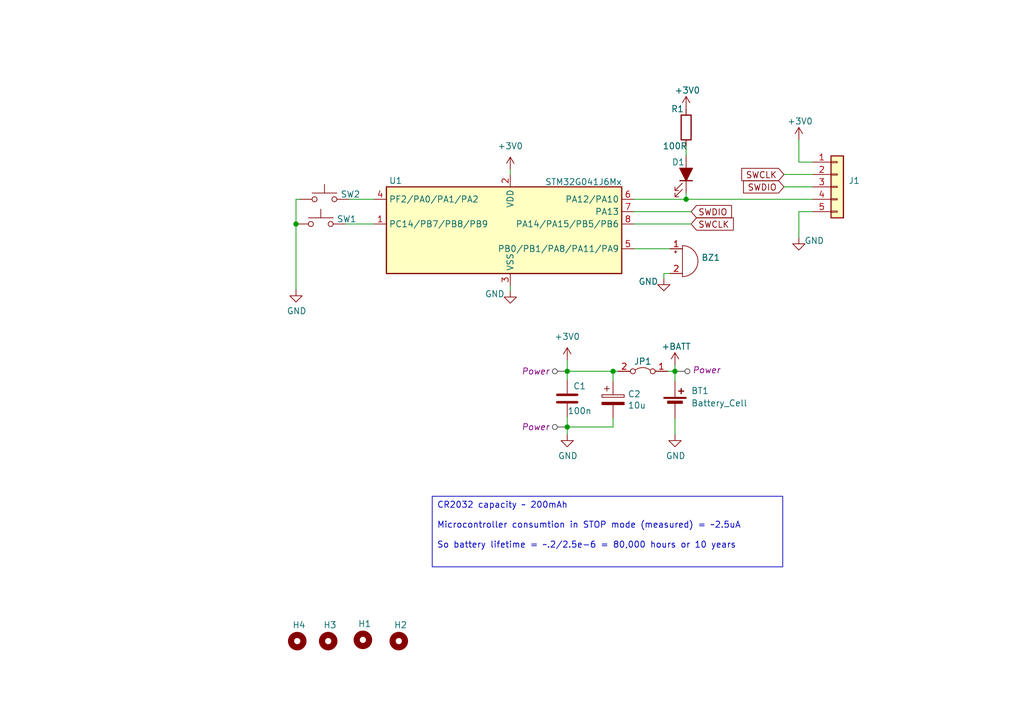
<source format=kicad_sch>
(kicad_sch (version 20230121) (generator eeschema)
  (paper "A5")
  (title_block (title "Coffee timer") (rev "A"))
  (lib_symbols
    (symbol "Battery_Cell_1" (pin_numbers hide) (pin_names (offset 0) hide)
      (property "Reference" "BT1" (at 3.302 3.1115 0))
      (property "Value" "Battery_Cell" (at 3.302 0.5715 0))
      (symbol "Battery_Cell_1_0_1"
        (rectangle (start -2.286 1.778) (end 2.286 1.524) (fill (type outline)))
        (rectangle (start -1.524 1.016) (end 1.524 0.508) (fill (type outline)))
        (polyline (pts (xy 0 0.762) (xy 0 0)))
        (polyline (pts (xy 0 1.778) (xy 0 2.54)))
        (polyline (pts (xy 0.762 3.048) (xy 1.778 3.048)) (stroke (width 0.254)))
        (polyline (pts (xy 1.27 3.556) (xy 1.27 2.54)) (stroke (width 0.254)))
      )
      (symbol "Battery_Cell_1_1_1"
        (pin power_out line (at 0 5.08 270) (length 2.54) (name "+") (number "1"))
        (pin power_out line (at 0 -2.54 90) (length 2.54) (name "-") (number "2"))
      )
    )
    (symbol "Connector_Generic:Conn_01x05" (pin_names (offset 1.016) hide)
      (property "Reference" "J" (at 0 7.62 0))
      (property "Value" "Conn_01x05" (at 0 -7.62 0))
      (symbol "Conn_01x05_1_1"
        (rectangle (start -1.27 -4.953) (end 0 -5.207) (stroke (width 0.1524)))
        (rectangle (start -1.27 -2.413) (end 0 -2.667) (stroke (width 0.1524)))
        (rectangle (start -1.27 0.127) (end 0 -0.127) (stroke (width 0.1524)))
        (rectangle (start -1.27 2.667) (end 0 2.413) (stroke (width 0.1524)))
        (rectangle (start -1.27 5.207) (end 0 4.953) (stroke (width 0.1524)))
        (rectangle (start -1.27 6.35) (end 1.27 -6.35) (stroke (width 0.254)) (fill (type background)))
        (pin passive line (at -5.08 5.08 0) (length 3.81) (name "Pin_1") (number "1"))
        (pin passive line (at -5.08 2.54 0) (length 3.81) (name "Pin_2") (number "2"))
        (pin passive line (at -5.08 0 0) (length 3.81) (name "Pin_3") (number "3"))
        (pin passive line (at -5.08 -2.54 0) (length 3.81) (name "Pin_4") (number "4"))
        (pin passive line (at -5.08 -5.08 0) (length 3.81) (name "Pin_5") (number "5"))
      )
    )
    (symbol "Device:Buzzer" (pin_names (offset 0.0254) hide)
      (property "Reference" "BZ" (at 3.81 1.27 0))
      (property "Value" "Buzzer" (at 3.81 -1.27 0))
      (symbol "Buzzer_0_1"
        (arc (start 0 -3.175) (mid 3.1612 0) (end 0 3.175))
        (polyline (pts (xy -1.651 1.905) (xy -1.143 1.905)))
        (polyline (pts (xy -1.397 2.159) (xy -1.397 1.651)))
        (polyline (pts (xy 0 3.175) (xy 0 -3.175)))
      )
      (symbol "Buzzer_1_1"
        (pin passive line (at -2.54 2.54 0) (length 2.54) (name "-") (number "1"))
        (pin passive line (at -2.54 -2.54 0) (length 2.54) (name "+") (number "2"))
      )
    )
    (symbol "Device:CP" (pin_numbers hide) (pin_names (offset 0.254))
      (property "Reference" "C" (at 0.635 2.54 0))
      (property "Value" "Device_CP" (at 0.635 -2.54 0))
      (symbol "CP_0_1"
        (rectangle (start -2.286 0.508) (end 2.286 1.016))
        (polyline (pts (xy -1.778 2.286) (xy -0.762 2.286)))
        (polyline (pts (xy -1.27 2.794) (xy -1.27 1.778)))
        (rectangle (start 2.286 -0.508) (end -2.286 -1.016) (fill (type outline)))
      )
      (symbol "CP_1_1"
        (pin passive line (at 0 3.81 270) (length 2.794) (name "~") (number "1"))
        (pin passive line (at 0 -3.81 90) (length 2.794) (name "~") (number "2"))
      )
    )
    (symbol "Device:LED_Filled" (pin_numbers hide) (pin_names (offset 1.016) hide)
      (property "Reference" "D" (at 0 2.54 0))
      (property "Value" "LED_Filled" (at 0 -2.54 0))
      (symbol "LED_Filled_0_1"
        (polyline (pts (xy -1.27 -1.27) (xy -1.27 1.27)) (stroke (width 0.254)))
        (polyline (pts (xy -1.27 0) (xy 1.27 0)))
        (polyline (pts (xy 1.27 -1.27) (xy 1.27 1.27) (xy -1.27 0) (xy 1.27 -1.27)) (stroke (width 0.254)) (fill (type outline)))
        (polyline (pts (xy -3.048 -0.762) (xy -4.572 -2.286) (xy -3.81 -2.286) (xy -4.572 -2.286) (xy -4.572 -1.524)))
        (polyline (pts (xy -1.778 -0.762) (xy -3.302 -2.286) (xy -2.54 -2.286) (xy -3.302 -2.286) (xy -3.302 -1.524)))
      )
      (symbol "LED_Filled_1_1"
        (pin passive line (at -3.81 0 0) (length 2.54) (name "K") (number "1"))
        (pin passive line (at 3.81 0 180) (length 2.54) (name "A") (number "2"))
      )
    )
    (symbol "Jumper:Jumper_2_Bridged" (pin_names (offset 0) hide)
      (property "Reference" "JP1" (at 0 2.032 0))
      (symbol "Jumper_2_Bridged_0_0"
        (circle (center -2.032 0) (radius 0.508))
        (circle (center 2.032 0) (radius 0.508))
      )
      (symbol "Jumper_2_Bridged_0_1"
        (arc (start 1.524 0.254) (mid 0 0.762) (end -1.524 0.254))
      )
      (symbol "Jumper_2_Bridged_1_1"
        (pin power_in line (at -5.08 0 0) (length 2.54) (name "A") (number "1"))
        (pin power_out line (at 5.08 0 180) (length 2.54) (name "B") (number "2"))
      )
    )
    (symbol "MCU_ST_STM32G0:STM32G041J6Mx"
      (property "Reference" "U" (at -22.86 11.43 0))
      (property "Value" "STM32G041J6Mx" (at 5.08 11.43 0))
      (symbol "STM32G041J6Mx_0_1"
        (rectangle (start -22.86 -7.62) (end 25.4 10.16) (stroke (width 0.254)) (fill (type background)))
      )
      (symbol "STM32G041J6Mx_1_1"
        (pin bidirectional line (at -25.4 2.54 0) (length 2.54) (name "PC14/PB7/PB8/PB9") (number "1"))
        (pin power_in line (at 2.54 12.7 270) (length 2.54) (name "VDD") (number "2"))
        (pin power_in line (at 2.54 -10.16 90) (length 2.54) (name "VSS") (number "3"))
        (pin bidirectional line (at -25.4 7.62 0) (length 2.54) (name "PF2/PA0/PA1/PA2") (number "4"))
        (pin bidirectional line (at 27.94 -2.54 180) (length 2.54) (name "PB0/PB1/PA8/PA11/PA9") (number "5"))
        (pin bidirectional line (at 27.94 7.62 180) (length 2.54) (name "PA12/PA10") (number "6"))
        (pin bidirectional line (at 27.94 5.08 180) (length 2.54) (name "PA13") (number "7"))
        (pin bidirectional line (at 27.94 2.54 180) (length 2.54) (name "PA14/PA15/PB5/PB6") (number "8"))
      )
    )
    (symbol "Mechanical:MountingHole" (pin_names (offset 1.016))
      (property "Reference" "H" (at 0 5.08 0))
      (property "Value" "MountingHole" (at 0 3.175 0))
      (symbol "MountingHole_0_1"
        (circle (center 0 0) (radius 1.27) (stroke (width 1.27)))
      )
    )
    (symbol "SW_Push_1" (pin_numbers hide) (pin_names (offset 1.016) hide)
      (property "Reference" "SW1" (at 7.366 1.016 0))
      (symbol "SW_Push_1_0_1"
        (circle (center -2.032 0) (radius 0.508))
        (polyline (pts (xy 0 1.27) (xy 0 3.048)))
        (polyline (pts (xy 2.54 1.27) (xy -2.54 1.27)))
        (circle (center 2.032 0) (radius 0.508))
      )
      (symbol "SW_Push_1_1_1"
        (pin passive line (at -5.08 0 0) (length 2.54) (name "1") (number "1"))
        (pin passive line (at 5.08 0 180) (length 2.54) (name "2") (number "2"))
      )
    )
    (symbol "base-rescue:C-Device" (pin_numbers hide) (pin_names (offset 0.254))
      (property "Reference" "C" (at 0.635 2.54 0))
      (property "Value" "base-rescue_C-Device" (at 0.635 -2.54 0))
      (symbol "C-Device_0_1"
        (polyline (pts (xy -2.032 -0.762) (xy 2.032 -0.762)) (stroke (width 0.508)))
        (polyline (pts (xy -2.032 0.762) (xy 2.032 0.762)) (stroke (width 0.508)))
      )
      (symbol "C-Device_1_1"
        (pin passive line (at 0 3.81 270) (length 2.794) (name "~") (number "1"))
        (pin passive line (at 0 -3.81 90) (length 2.794) (name "~") (number "2"))
      )
    )
    (symbol "base-rescue:GND-power" (power) (pin_names (offset 0))
      (property "Value" "base-rescue_GND-power" (at 0 -3.81 0))
      (symbol "GND-power_0_1"
        (polyline (pts (xy 0 0) (xy 0 -1.27) (xy 1.27 -1.27) (xy 0 -2.54) (xy -1.27 -1.27) (xy 0 -1.27)))
      )
      (symbol "GND-power_1_1"
        (pin power_in line (at 0 0 270) (length 0) hide (name "GND") (number "1"))
      )
    )
    (symbol "base-rescue:R-Device" (pin_numbers hide) (pin_names (offset 0))
      (property "Reference" "R" (at 2.032 0 90))
      (property "Value" "base-rescue_R-Device" (at 0 0 90))
      (symbol "R-Device_0_1"
        (rectangle (start -1.016 -2.54) (end 1.016 2.54) (stroke (width 0.254)))
      )
      (symbol "R-Device_1_1"
        (pin passive line (at 0 3.81 270) (length 1.27) (name "~") (number "1"))
        (pin passive line (at 0 -3.81 90) (length 1.27) (name "~") (number "2"))
      )
    )
    (symbol "power:+3V0" (power) (pin_names (offset 0))
      (property "Value" "+3V0" (at 0 3.556 0))
      (symbol "+3V0_0_1"
        (polyline (pts (xy -0.762 1.27) (xy 0 2.54)))
        (polyline (pts (xy 0 0) (xy 0 2.54)))
        (polyline (pts (xy 0 2.54) (xy 0.762 1.27)))
      )
      (symbol "+3V0_1_1"
        (pin power_in line (at 0 0 90) (length 0) hide (name "+3V0") (number "1"))
      )
    )
    (symbol "power:+BATT" (power) (pin_names (offset 0))
      (property "Value" "+BATT" (at 0 3.556 0))
      (symbol "+BATT_0_1"
        (polyline (pts (xy -0.762 1.27) (xy 0 2.54)))
        (polyline (pts (xy 0 0) (xy 0 2.54)))
        (polyline (pts (xy 0 2.54) (xy 0.762 1.27)))
      )
      (symbol "+BATT_1_1"
        (pin power_in line (at 0 0 90) (length 0) hide (name "+BATT") (number "1"))
      )
    )
    (symbol "power:GND" (power) (pin_names (offset 0))
      (property "Value" "GND" (at 0 -3.81 0))
      (symbol "GND_0_1"
        (polyline (pts (xy 0 0) (xy 0 -1.27) (xy 1.27 -1.27) (xy 0 -2.54) (xy -1.27 -1.27) (xy 0 -1.27)))
      )
      (symbol "GND_1_1"
        (pin power_in line (at 0 0 270) (length 0) hide (name "GND") (number "1"))
      )
    )
  )
  (junction (at 60.706 45.974))
  (junction (at 116.332 87.63))
  (junction (at 116.332 76.2))
  (junction (at 140.716 40.894))
  (junction (at 138.43 76.2))
  (junction (at 125.73 76.2))
  (wire (pts (xy 163.83 48.768) (xy 163.83 43.434)))
  (wire (pts (xy 70.866 45.974) (xy 76.708 45.974)))
  (wire (pts (xy 130.048 40.894) (xy 140.716 40.894)))
  (wire (pts (xy 140.716 39.624) (xy 140.716 40.894)))
  (wire (pts (xy 125.73 85.852) (xy 125.73 87.63)))
  (wire (pts (xy 130.048 43.434) (xy 141.732 43.434)))
  (wire (pts (xy 104.648 58.674) (xy 104.648 59.69)))
  (wire (pts (xy 116.332 77.978) (xy 116.332 76.2)))
  (wire (pts (xy 125.73 78.232) (xy 125.73 76.2)))
  (wire (pts (xy 163.83 28.702) (xy 163.83 33.274)))
  (wire (pts (xy 60.706 45.974) (xy 60.706 59.436)))
  (wire (pts (xy 61.468 40.894) (xy 60.706 40.894)))
  (wire (pts (xy 130.048 51.054) (xy 137.414 51.054)))
  (wire (pts (xy 136.144 56.134) (xy 137.414 56.134)))
  (wire (pts (xy 125.73 76.2) (xy 116.332 76.2)))
  (wire (pts (xy 136.144 57.15) (xy 136.144 56.134)))
  (wire (pts (xy 71.628 40.894) (xy 76.708 40.894)))
  (wire (pts (xy 116.332 76.2) (xy 116.332 73.914)))
  (wire (pts (xy 140.716 29.972) (xy 140.716 32.004)))
  (wire (pts (xy 140.716 40.894) (xy 166.624 40.894)))
  (wire (pts (xy 163.83 33.274) (xy 166.624 33.274)))
  (wire (pts (xy 138.43 76.2) (xy 136.906 76.2)))
  (wire (pts (xy 125.73 87.63) (xy 116.332 87.63)))
  (wire (pts (xy 116.332 85.598) (xy 116.332 87.63)))
  (wire (pts (xy 138.43 76.2) (xy 138.43 78.232)))
  (wire (pts (xy 60.706 40.894) (xy 60.706 45.974)))
  (wire (pts (xy 163.83 43.434) (xy 166.624 43.434)))
  (wire (pts (xy 138.43 74.93) (xy 138.43 76.2)))
  (wire (pts (xy 125.73 76.2) (xy 126.746 76.2)))
  (wire (pts (xy 138.43 85.852) (xy 138.43 89.154)))
  (wire (pts (xy 116.332 87.63) (xy 116.332 89.154)))
  (wire (pts (xy 160.782 35.814) (xy 166.624 35.814)))
  (wire (pts (xy 104.648 34.798) (xy 104.648 35.814)))
  (wire (pts (xy 130.048 45.974) (xy 141.732 45.974)))
  (wire (pts (xy 160.782 38.354) (xy 166.624 38.354)))
  (text_box "CR2032 capacity ~ 200mAh\n\nMicrocontroller consumtion in STOP mode (measured) = ~2.5uA\n\nSo battery lifetime = ~.2/2.5e-6 = 80,000 hours or 10 years " (at 88.646 101.854 0) (size 71.882 14.478) (effects (font (size 1.27 1.27)) (justify left top)))
  (global_label "SWCLK" (shape input) (at 141.732 45.974 0) (property "Intersheetrefs" "${INTERSHEET_REFS}" (effects hide)))
  (global_label "SWCLK" (shape input) (at 160.782 35.814 180) (property "Intersheetrefs" "${INTERSHEET_REFS}" (effects hide)))
  (global_label "SWDIO" (shape input) (at 160.782 38.354 180) (property "Intersheetrefs" "${INTERSHEET_REFS}" (effects hide)))
  (global_label "SWDIO" (shape input) (at 141.732 43.434 0) (property "Intersheetrefs" "${INTERSHEET_REFS}" (effects hide)))
  (netclass_flag "" (length 2.54) (shape round) (at 116.332 87.63 90) (property "Netclass" "Power" (at 106.934 87.63 0) (effects (font italic) (justify left))))
  (netclass_flag "" (length 2.54) (shape round) (at 116.332 76.2 90) (property "Netclass" "Power" (at 106.934 76.2 0) (effects (font italic) (justify left))))
  (netclass_flag "" (length 2.54) (shape round) (at 138.43 76.2 270) (property "Netclass" "Power" (at 147.828 75.946 0) (effects (font italic) (justify right))))
  (symbol (lib_id "Device:LED_Filled") (at 140.716 35.814 270) (mirror x) (unit 1)
    (property "Reference" "D1" (at 140.462 33.274 90) (effects (justify right)))
    (property "Value" "LED_Filled" (effects hide))
    (property "Footprint" "LED_THT:LED_D3.0mm" (effects hide))
  )
  (symbol (lib_id "base-rescue:R-Device") (at 140.716 26.162 0) (mirror x) (unit 1)
    (property "Reference" "R1" (at 138.938 22.352 0))
    (property "Value" "100R" (at 138.43 29.972 0))
    (property "Footprint" "Resistor_SMD:R_0603_1608Metric" (effects hide))
    (property "Manufacturer" "TE Connectivity" (effects hide))
    (property "Fit" "Y" (effects hide))
    (property "PartNo" "CRG0603F4K7" (effects hide))
    (property "dis_rs" "213-2367" (effects hide))
    (property "budget" "0.003" (effects hide))
    (property "or equivalent" "Y" (effects hide))
    (property "Fit " "Y" (effects hide))
  )
  (symbol (lib_id "power:GND") (at 60.706 59.436 0) (unit 1)
    (property "Reference" "#PWR01" (effects hide))
    (property "Value" "GND" (at 60.833 63.8302 0))
  )
  (symbol (lib_id "power:GND") (at 163.83 48.768 0) (mirror y) (unit 1)
    (property "Reference" "#PWR011" (effects hide))
    (property "Value" "GND" (at 167.005 49.403 0))
  )
  (symbol (lib_id "Jumper:Jumper_2_Bridged") (at 131.826 76.2 0) (mirror y) (unit 1)
    (property "Reference" "JP1" (at 131.826 74.168 0))
    (property "Value" "Jumper_2_Bridged" (effects hide))
    (property "Footprint" "Jumper:SolderJumper-2_P1.3mm_Open_RoundedPad1.0x1.5mm" (effects hide))
  )
  (symbol (lib_name "SW_Push_1") (lib_id "Switch:SW_Push") (at 66.548 40.894 0) (unit 1)
    (property "Reference" "SW2" (at 73.914 39.878 0) (effects (justify right)))
    (property "Value" "SW_Push" (effects hide))
    (property "Footprint" "project_footprints:SW_TS06-667-50-BK-100-G-SMT-TR" (effects hide))
  )
  (symbol (lib_name "Battery_Cell_1") (lib_id "Device:Battery_Cell") (at 138.43 83.312 0) (unit 1)
    (property "Reference" "BT1" (at 141.732 80.2005 0) (effects (justify left)))
    (property "Value" "Battery_Cell" (at 141.732 82.7405 0) (effects (justify left)))
    (property "Footprint" "project_footprints:Trupower-CR2032-PCB-mount" (effects hide))
  )
  (symbol (lib_id "power:+BATT") (at 138.43 74.93 0) (mirror y) (unit 1)
    (property "Reference" "#PWR07" (effects hide))
    (property "Value" "+BATT" (at 138.684 71.12 0))
  )
  (symbol (lib_id "Device:Buzzer") (at 139.954 53.594 0) (unit 1)
    (property "Reference" "BZ1" (at 143.8148 52.8574 0) (effects (justify left)))
    (property "Value" "Buzzer" (effects hide))
    (property "Footprint" "project_footprints:Buzzer_Murata_PKLCS1212E4001-R1" (effects hide))
    (property "Datasheet" "https://docs.rs-online.com/1185/0900766b80ef2b98.pdf" (effects hide))
    (property "dis_rs" "167-3964 " (effects hide))
    (property "Manufacturer" "Murata " (effects hide))
    (property "budget" "0.76" (effects hide))
    (property "or equivalent" "N" (effects hide))
    (property "PartNo" "PKLCS1212E2000" (effects hide))
    (property "Fit " "Y" (effects hide))
  )
  (symbol (lib_id "Mechanical:MountingHole") (at 60.96 131.572 0) (unit 1)
    (property "Reference" "H4" (at 59.944 128.27 0) (effects (justify left)))
    (property "Value" "MountingHole" (effects hide))
    (property "Footprint" "project_footprints:LocationHole_1mm" (effects hide))
  )
  (symbol (lib_id "power:+3V0") (at 163.83 28.702 0) (mirror y) (unit 1)
    (property "Reference" "#PWR010" (effects hide))
    (property "Value" "+3V0" (at 164.084 24.892 0))
  )
  (symbol (lib_id "Connector_Generic:Conn_01x05") (at 171.704 38.354 0) (unit 1)
    (property "Reference" "J1" (at 173.99 37.084 0) (effects (justify left)))
    (property "Value" "Conn_01x05" (effects hide))
    (property "Footprint" "Connector_JST:JST_PH_B5B-PH-K_1x05_P2.00mm_Vertical" (effects hide))
  )
  (symbol (lib_id "base-rescue:GND-power") (at 138.43 89.154 0) (unit 1)
    (property "Reference" "#PWR08" (effects hide))
    (property "Value" "GND" (at 138.557 93.5482 0))
  )
  (symbol (lib_id "power:+3V0") (at 116.332 73.914 0) (unit 1)
    (property "Reference" "#PWR04" (effects hide))
    (property "Value" "+3V0" (at 116.332 69.088 0))
  )
  (symbol (lib_id "power:+3V0") (at 140.716 22.352 0) (mirror y) (unit 1)
    (property "Reference" "#PWR09" (effects hide))
    (property "Value" "+3V0" (at 140.97 18.542 0))
  )
  (symbol (lib_id "Mechanical:MountingHole") (at 67.31 131.572 0) (unit 1)
    (property "Reference" "H3" (at 66.294 128.27 0) (effects (justify left)))
    (property "Value" "MountingHole" (effects hide))
    (property "Footprint" "project_footprints:LocationHole_1mm" (effects hide))
  )
  (symbol (lib_id "Mechanical:MountingHole") (at 81.788 131.572 0) (unit 1)
    (property "Reference" "H2" (at 80.772 128.27 0) (effects (justify left)))
    (property "Value" "MountingHole" (effects hide))
    (property "Footprint" "MountingHole:MountingHole_2.2mm_M2" (effects hide))
  )
  (symbol (lib_id "base-rescue:GND-power") (at 116.332 89.154 0) (unit 1)
    (property "Reference" "#PWR05" (effects hide))
    (property "Value" "GND" (at 116.459 93.5482 0))
  )
  (symbol (lib_id "power:+3V0") (at 104.648 34.798 0) (unit 1)
    (property "Reference" "#PWR02" (effects hide))
    (property "Value" "+3V0" (at 104.648 29.972 0))
  )
  (symbol (lib_id "base-rescue:C-Device") (at 116.332 81.788 0) (mirror x) (unit 1)
    (property "Reference" "C1" (at 118.872 79.248 0))
    (property "Value" "100n" (at 118.872 84.328 0))
    (property "Footprint" "Capacitor_SMD:C_0603_1608Metric" (effects hide))
    (property "Voltage" "50V" (effects hide))
    (property "Dielectric" "MLCC" (effects hide))
    (property "Fit" "Y" (effects hide))
    (property "Manufacturer" "Kemet" (effects hide))
    (property "PartNo" "C0603C104K4RACTU" (effects hide))
    (property "dis_rs" "173-2202" (effects hide))
    (property "or equivalent" "Y" (effects hide))
    (property "budget" "0.05" (effects hide))
    (property "Fit " "Y" (effects hide))
  )
  (symbol (lib_name "SW_Push_1") (lib_id "Switch:SW_Push") (at 65.786 45.974 0) (unit 1)
    (property "Reference" "SW1" (at 73.152 44.958 0) (effects (justify right)))
    (property "Value" "SW_Push" (effects hide))
    (property "Footprint" "project_footprints:SW_TS06-667-50-BK-100-G-SMT-TR" (effects hide))
  )
  (symbol (lib_id "Mechanical:MountingHole") (at 74.422 131.318 0) (unit 1)
    (property "Reference" "H1" (at 73.406 128.016 0) (effects (justify left)))
    (property "Value" "MountingHole" (effects hide))
    (property "Footprint" "MountingHole:MountingHole_2.2mm_M2" (effects hide))
  )
  (symbol (lib_id "Device:CP") (at 125.73 82.042 0) (unit 1)
    (property "Reference" "C2" (at 128.7272 80.8736 0) (effects (justify left)))
    (property "Value" "10u" (at 128.7272 83.185 0) (effects (justify left)))
    (property "Footprint" "Capacitor_Tantalum_SMD:CP_EIA-3216-10_Kemet-I" (effects hide))
  )
  (symbol (lib_id "MCU_ST_STM32G0:STM32G041J6Mx") (at 102.108 48.514 0) (unit 1)
    (property "Reference" "U1" (at 79.756 37.084 0) (effects (justify left)))
    (property "Value" "STM32G041J6Mx" (at 111.76 37.338 0) (effects (justify left)))
    (property "Footprint" "Package_SO:SOIC-8_3.9x4.9mm_P1.27mm" (effects hide))
    (property "Datasheet" "https://www.st.com/resource/en/datasheet/stm32g041j6.pdf" (effects hide))
  )
  (symbol (lib_id "power:GND") (at 136.144 57.15 0) (unit 1)
    (property "Reference" "#PWR06" (effects hide))
    (property "Value" "GND" (at 132.969 57.785 0))
  )
  (symbol (lib_id "power:GND") (at 104.648 59.69 0) (unit 1)
    (property "Reference" "#PWR03" (effects hide))
    (property "Value" "GND" (at 101.473 60.325 0))
  )
)
</source>
